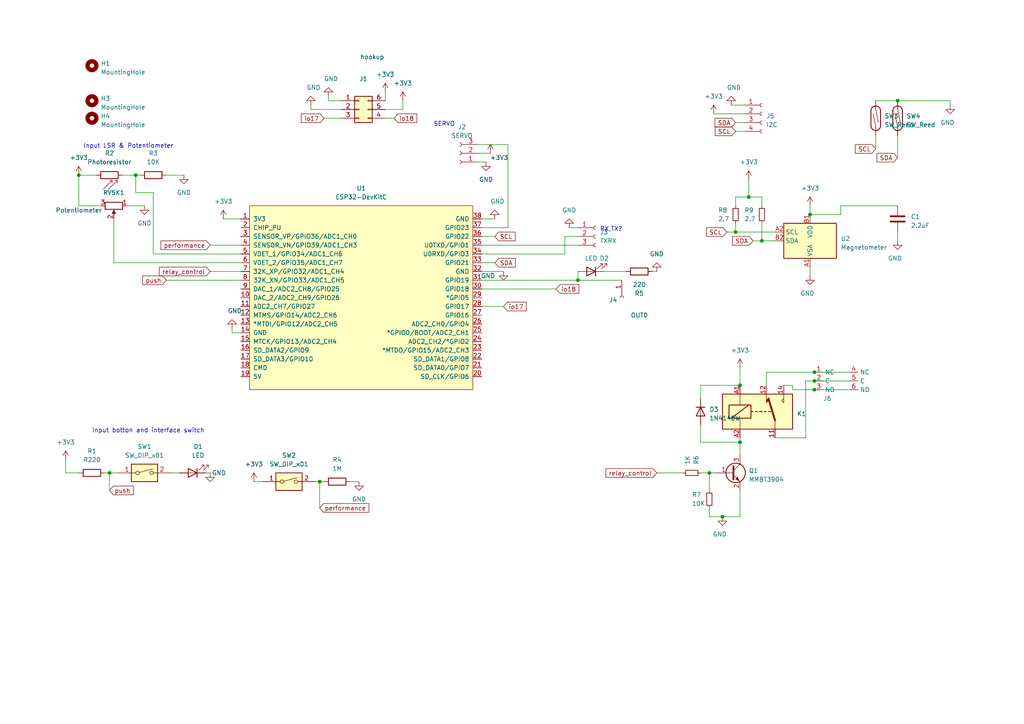
<source format=kicad_sch>
(kicad_sch (version 20230121) (generator eeschema)
  (paper "A4")
  (lib_symbols
    (symbol "Connector:Conn_01x01_Female" (pin_names (offset 1.016) hide)
      (property "Reference" "J" (at 0 2.54 0))
      (property "Value" "Conn_01x01_Female" (at 0 -2.54 0))
      (symbol "Conn_01x01_Female_1_1"
        (polyline (pts (xy -1.27 0) (xy -0.508 0)) (stroke (width 0.1524)))
        (arc (start 0 0.508) (mid -0.5058 0) (end 0 -0.508) (stroke (width 0.1524)))
        (pin passive line (at -5.08 0 0) (length 3.81) (name "Pin_1") (number "1"))
      )
    )
    (symbol "Connector:Conn_01x03_Female" (pin_names (offset 1.016) hide)
      (property "Reference" "J" (at 0 5.08 0))
      (property "Value" "Conn_01x03_Female" (at 0 -5.08 0))
      (symbol "Conn_01x03_Female_1_1"
        (arc (start 0 -2.032) (mid -0.5058 -2.54) (end 0 -3.048) (stroke (width 0.1524)))
        (polyline (pts (xy -1.27 -2.54) (xy -0.508 -2.54)) (stroke (width 0.1524)))
        (polyline (pts (xy -1.27 0) (xy -0.508 0)) (stroke (width 0.1524)))
        (polyline (pts (xy -1.27 2.54) (xy -0.508 2.54)) (stroke (width 0.1524)))
        (arc (start 0 0.508) (mid -0.5058 0) (end 0 -0.508) (stroke (width 0.1524)))
        (arc (start 0 3.048) (mid -0.5058 2.54) (end 0 2.032) (stroke (width 0.1524)))
        (pin passive line (at -5.08 2.54 0) (length 3.81) (name "Pin_1") (number "1"))
        (pin passive line (at -5.08 0 0) (length 3.81) (name "Pin_2") (number "2"))
        (pin passive line (at -5.08 -2.54 0) (length 3.81) (name "Pin_3") (number "3"))
      )
    )
    (symbol "Connector:Conn_01x04_Socket" (pin_names (offset 1.016) hide)
      (property "Reference" "J" (at 0 5.08 0))
      (property "Value" "Conn_01x04_Socket" (at 0 -7.62 0))
      (symbol "Conn_01x04_Socket_1_1"
        (arc (start 0 -4.572) (mid -0.5058 -5.08) (end 0 -5.588) (stroke (width 0.1524)))
        (arc (start 0 -2.032) (mid -0.5058 -2.54) (end 0 -3.048) (stroke (width 0.1524)))
        (polyline (pts (xy -1.27 -5.08) (xy -0.508 -5.08)) (stroke (width 0.1524)))
        (polyline (pts (xy -1.27 -2.54) (xy -0.508 -2.54)) (stroke (width 0.1524)))
        (polyline (pts (xy -1.27 0) (xy -0.508 0)) (stroke (width 0.1524)))
        (polyline (pts (xy -1.27 2.54) (xy -0.508 2.54)) (stroke (width 0.1524)))
        (arc (start 0 0.508) (mid -0.5058 0) (end 0 -0.508) (stroke (width 0.1524)))
        (arc (start 0 3.048) (mid -0.5058 2.54) (end 0 2.032) (stroke (width 0.1524)))
        (pin passive line (at -5.08 2.54 0) (length 3.81) (name "Pin_1") (number "1"))
        (pin passive line (at -5.08 0 0) (length 3.81) (name "Pin_2") (number "2"))
        (pin passive line (at -5.08 -2.54 0) (length 3.81) (name "Pin_3") (number "3"))
        (pin passive line (at -5.08 -5.08 0) (length 3.81) (name "Pin_4") (number "4"))
      )
    )
    (symbol "Connector_Generic:Conn_02x03_Counter_Clockwise" (pin_names (offset 1.016) hide)
      (property "Reference" "J" (at 1.27 5.08 0))
      (property "Value" "Conn_02x03_Counter_Clockwise" (at 1.27 -5.08 0))
      (symbol "Conn_02x03_Counter_Clockwise_1_1"
        (rectangle (start -1.27 -2.413) (end 0 -2.667) (stroke (width 0.1524)))
        (rectangle (start -1.27 0.127) (end 0 -0.127) (stroke (width 0.1524)))
        (rectangle (start -1.27 2.667) (end 0 2.413) (stroke (width 0.1524)))
        (rectangle (start -1.27 3.81) (end 3.81 -3.81) (stroke (width 0.254)) (fill (type background)))
        (rectangle (start 3.81 -2.413) (end 2.54 -2.667) (stroke (width 0.1524)))
        (rectangle (start 3.81 0.127) (end 2.54 -0.127) (stroke (width 0.1524)))
        (rectangle (start 3.81 2.667) (end 2.54 2.413) (stroke (width 0.1524)))
        (pin passive line (at -5.08 2.54 0) (length 3.81) (name "Pin_1") (number "1"))
        (pin passive line (at -5.08 0 0) (length 3.81) (name "Pin_2") (number "2"))
        (pin passive line (at -5.08 -2.54 0) (length 3.81) (name "Pin_3") (number "3"))
        (pin passive line (at 7.62 -2.54 180) (length 3.81) (name "Pin_4") (number "4"))
        (pin passive line (at 7.62 0 180) (length 3.81) (name "Pin_5") (number "5"))
        (pin passive line (at 7.62 2.54 180) (length 3.81) (name "Pin_6") (number "6"))
      )
    )
    (symbol "Device:C" (pin_numbers hide) (pin_names (offset 0.254))
      (property "Reference" "C" (at 0.635 2.54 0))
      (property "Value" "C" (at 0.635 -2.54 0))
      (symbol "C_0_1"
        (polyline (pts (xy -2.032 -0.762) (xy 2.032 -0.762)) (stroke (width 0.508)))
        (polyline (pts (xy -2.032 0.762) (xy 2.032 0.762)) (stroke (width 0.508)))
      )
      (symbol "C_1_1"
        (pin passive line (at 0 3.81 270) (length 2.794) (name "~") (number "1"))
        (pin passive line (at 0 -3.81 90) (length 2.794) (name "~") (number "2"))
      )
    )
    (symbol "Device:LED" (pin_numbers hide) (pin_names (offset 1.016) hide)
      (property "Reference" "D" (at 0 2.54 0))
      (property "Value" "LED" (at 0 -2.54 0))
      (symbol "LED_0_1"
        (polyline (pts (xy -1.27 -1.27) (xy -1.27 1.27)) (stroke (width 0.254)))
        (polyline (pts (xy -1.27 0) (xy 1.27 0)))
        (polyline (pts (xy 1.27 -1.27) (xy 1.27 1.27) (xy -1.27 0) (xy 1.27 -1.27)) (stroke (width 0.254)))
        (polyline (pts (xy -3.048 -0.762) (xy -4.572 -2.286) (xy -3.81 -2.286) (xy -4.572 -2.286) (xy -4.572 -1.524)))
        (polyline (pts (xy -1.778 -0.762) (xy -3.302 -2.286) (xy -2.54 -2.286) (xy -3.302 -2.286) (xy -3.302 -1.524)))
      )
      (symbol "LED_1_1"
        (pin passive line (at -3.81 0 0) (length 2.54) (name "K") (number "1"))
        (pin passive line (at 3.81 0 180) (length 2.54) (name "A") (number "2"))
      )
    )
    (symbol "Device:R" (pin_numbers hide) (pin_names (offset 0))
      (property "Reference" "R" (at 2.032 0 90))
      (property "Value" "R" (at 0 0 90))
      (symbol "R_0_1"
        (rectangle (start -1.016 -2.54) (end 1.016 2.54) (stroke (width 0.254)))
      )
      (symbol "R_1_1"
        (pin passive line (at 0 3.81 270) (length 1.27) (name "~") (number "1"))
        (pin passive line (at 0 -3.81 90) (length 1.27) (name "~") (number "2"))
      )
    )
    (symbol "Device:R_Photo" (pin_numbers hide) (pin_names (offset 0))
      (property "Reference" "R" (at 1.27 1.27 0))
      (property "Value" "R_Photo" (at 1.27 0 0))
      (symbol "R_Photo_0_1"
        (rectangle (start -1.016 2.54) (end 1.016 -2.54) (stroke (width 0.254)))
        (polyline (pts (xy -1.524 -2.286) (xy -4.064 0.254)))
        (polyline (pts (xy -1.524 -2.286) (xy -2.286 -2.286)))
        (polyline (pts (xy -1.524 -2.286) (xy -1.524 -1.524)))
        (polyline (pts (xy -1.524 -0.762) (xy -4.064 1.778)))
        (polyline (pts (xy -1.524 -0.762) (xy -2.286 -0.762)))
        (polyline (pts (xy -1.524 -0.762) (xy -1.524 0)))
      )
      (symbol "R_Photo_1_1"
        (pin passive line (at 0 3.81 270) (length 1.27) (name "~") (number "1"))
        (pin passive line (at 0 -3.81 90) (length 1.27) (name "~") (number "2"))
      )
    )
    (symbol "Device:R_Potentiometer" (pin_names (offset 1.016) hide)
      (property "Reference" "RV" (at -4.445 0 90))
      (property "Value" "R_Potentiometer" (at -2.54 0 90))
      (symbol "R_Potentiometer_0_1"
        (polyline (pts (xy 2.54 0) (xy 1.524 0)))
        (polyline (pts (xy 1.143 0) (xy 2.286 0.508) (xy 2.286 -0.508) (xy 1.143 0)) (fill (type outline)))
        (rectangle (start 1.016 2.54) (end -1.016 -2.54) (stroke (width 0.254)))
      )
      (symbol "R_Potentiometer_1_1"
        (pin passive line (at 0 3.81 270) (length 1.27) (name "1") (number "1"))
        (pin passive line (at 3.81 0 180) (length 1.27) (name "2") (number "2"))
        (pin passive line (at 0 -3.81 90) (length 1.27) (name "3") (number "3"))
      )
    )
    (symbol "Device:R_Small" (pin_numbers hide) (pin_names (offset 0.254) hide)
      (property "Reference" "R" (at 0.762 0.508 0))
      (property "Value" "R_Small" (at 0.762 -1.016 0))
      (symbol "R_Small_0_1"
        (rectangle (start -0.762 1.778) (end 0.762 -1.778) (stroke (width 0.2032)))
      )
      (symbol "R_Small_1_1"
        (pin passive line (at 0 2.54 270) (length 0.762) (name "~") (number "1"))
        (pin passive line (at 0 -2.54 90) (length 0.762) (name "~") (number "2"))
      )
    )
    (symbol "Diode:1N4148W" (pin_numbers hide) (pin_names hide)
      (property "Reference" "D" (at 0 2.54 0))
      (property "Value" "1N4148W" (at 0 -2.54 0))
      (symbol "1N4148W_0_1"
        (polyline (pts (xy -1.27 1.27) (xy -1.27 -1.27)) (stroke (width 0.254)))
        (polyline (pts (xy 1.27 0) (xy -1.27 0)))
        (polyline (pts (xy 1.27 1.27) (xy 1.27 -1.27) (xy -1.27 0) (xy 1.27 1.27)) (stroke (width 0.254)))
      )
      (symbol "1N4148W_1_1"
        (pin passive line (at -3.81 0 0) (length 2.54) (name "K") (number "1"))
        (pin passive line (at 3.81 0 180) (length 2.54) (name "A") (number "2"))
      )
    )
    (symbol "Espressif:ESP32-DevKitC" (pin_names (offset 1.016))
      (property "Reference" "U" (at -8.89 26.67 0))
      (property "Value" "ESP32-DevKitC" (at 0 -29.21 0))
      (symbol "ESP32-DevKitC_0_0"
        (pin power_in line (at -33.02 -11.43 0) (length 2.54) (name "GND") (number "14"))
        (pin power_in line (at -33.02 -24.13 0) (length 2.54) (name "5V") (number "19"))
      )
      (symbol "ESP32-DevKitC_0_1"
        (rectangle (start -30.48 25.4) (end 34.29 -27.94) (fill (type background)))
      )
      (symbol "ESP32-DevKitC_1_1"
        (pin power_in line (at -33.02 21.59 0) (length 2.54) (name "3V3") (number "1"))
        (pin bidirectional line (at -33.02 -1.27 0) (length 2.54) (name "DAC_2/ADC2_CH9/GPIO26") (number "10"))
        (pin bidirectional line (at -33.02 -3.81 0) (length 2.54) (name "ADC2_CH7/GPIO27") (number "11"))
        (pin bidirectional line (at -33.02 -6.35 0) (length 2.54) (name "MTMS/GPIO14/ADC2_CH6") (number "12"))
        (pin bidirectional line (at -33.02 -8.89 0) (length 2.54) (name "*MTDI/GPIO12/ADC2_CH5") (number "13"))
        (pin bidirectional line (at -33.02 -13.97 0) (length 2.54) (name "MTCK/GPIO13/ADC2_CH4") (number "15"))
        (pin bidirectional line (at -33.02 -16.51 0) (length 2.54) (name "SD_DATA2/GPIO9") (number "16"))
        (pin bidirectional line (at -33.02 -19.05 0) (length 2.54) (name "SD_DATA3/GPIO10") (number "17"))
        (pin bidirectional line (at -33.02 -21.59 0) (length 2.54) (name "CMD") (number "18"))
        (pin input line (at -33.02 19.05 0) (length 2.54) (name "CHIP_PU") (number "2"))
        (pin bidirectional line (at 36.83 -24.13 180) (length 2.54) (name "SD_CLK/GPIO6") (number "20"))
        (pin bidirectional line (at 36.83 -21.59 180) (length 2.54) (name "SD_DATA0/GPIO7") (number "21"))
        (pin bidirectional line (at 36.83 -19.05 180) (length 2.54) (name "SD_DATA1/GPIO8") (number "22"))
        (pin bidirectional line (at 36.83 -16.51 180) (length 2.54) (name "*MTDO/GPIO15/ADC2_CH3") (number "23"))
        (pin bidirectional line (at 36.83 -13.97 180) (length 2.54) (name "ADC2_CH2/*GPIO2") (number "24"))
        (pin bidirectional line (at 36.83 -11.43 180) (length 2.54) (name "*GPIO0/BOOT/ADC2_CH1") (number "25"))
        (pin bidirectional line (at 36.83 -8.89 180) (length 2.54) (name "ADC2_CH0/GPIO4") (number "26"))
        (pin bidirectional line (at 36.83 -6.35 180) (length 2.54) (name "GPIO16") (number "27"))
        (pin bidirectional line (at 36.83 -3.81 180) (length 2.54) (name "GPIO17") (number "28"))
        (pin bidirectional line (at 36.83 -1.27 180) (length 2.54) (name "*GPIO5") (number "29"))
        (pin input line (at -33.02 16.51 0) (length 2.54) (name "SENSOR_VP/GPIO36/ADC1_CH0") (number "3"))
        (pin bidirectional line (at 36.83 1.27 180) (length 2.54) (name "GPIO18") (number "30"))
        (pin bidirectional line (at 36.83 3.81 180) (length 2.54) (name "GPIO19") (number "31"))
        (pin power_in line (at 36.83 6.35 180) (length 2.54) (name "GND") (number "32"))
        (pin bidirectional line (at 36.83 8.89 180) (length 2.54) (name "GPIO21") (number "33"))
        (pin bidirectional line (at 36.83 11.43 180) (length 2.54) (name "U0RXD/GPIO3") (number "34"))
        (pin bidirectional line (at 36.83 13.97 180) (length 2.54) (name "U0TXD/GPIO1") (number "35"))
        (pin bidirectional line (at 36.83 16.51 180) (length 2.54) (name "GPIO22") (number "36"))
        (pin bidirectional line (at 36.83 19.05 180) (length 2.54) (name "GPIO23") (number "37"))
        (pin power_in line (at 36.83 21.59 180) (length 2.54) (name "GND") (number "38"))
        (pin input line (at -33.02 13.97 0) (length 2.54) (name "SENSOR_VN/GPIO39/ADC1_CH3") (number "4"))
        (pin input line (at -33.02 11.43 0) (length 2.54) (name "VDET_1/GPIO34/ADC1_CH6") (number "5"))
        (pin input line (at -33.02 8.89 0) (length 2.54) (name "VDET_2/GPIO35/ADC1_CH7") (number "6"))
        (pin bidirectional line (at -33.02 6.35 0) (length 2.54) (name "32K_XP/GPIO32/ADC1_CH4") (number "7"))
        (pin bidirectional line (at -33.02 3.81 0) (length 2.54) (name "32K_XN/GPIO33/ADC1_CH5") (number "8"))
        (pin bidirectional line (at -33.02 1.27 0) (length 2.54) (name "DAC_1/ADC2_CH8/GPIO25") (number "9"))
      )
    )
    (symbol "Mechanical:MountingHole" (pin_names (offset 1.016))
      (property "Reference" "H" (at 0 5.08 0))
      (property "Value" "MountingHole" (at 0 3.175 0))
      (symbol "MountingHole_0_1"
        (circle (center 0 0) (radius 1.27) (stroke (width 1.27)))
      )
    )
    (symbol "Relay:FINDER-36.11"
      (property "Reference" "K" (at 11.43 3.81 0))
      (property "Value" "FINDER-36.11" (at 11.43 1.27 0))
      (symbol "FINDER-36.11_0_0"
        (polyline (pts (xy 2.54 3.81) (xy 2.54 5.08)))
        (polyline (pts (xy 7.62 3.81) (xy 7.62 5.08)))
        (polyline (pts (xy 7.62 3.81) (xy 7.62 2.54) (xy 6.985 3.175) (xy 7.62 3.81)))
      )
      (symbol "FINDER-36.11_0_1"
        (rectangle (start -10.16 5.08) (end 10.16 -5.08) (stroke (width 0.254)) (fill (type background)))
        (rectangle (start -8.255 1.905) (end -1.905 -1.905) (stroke (width 0.254)))
        (polyline (pts (xy -7.62 -1.905) (xy -2.54 1.905)) (stroke (width 0.254)))
        (polyline (pts (xy -5.08 -5.08) (xy -5.08 -1.905)))
        (polyline (pts (xy -5.08 5.08) (xy -5.08 1.905)))
        (polyline (pts (xy -1.905 0) (xy -1.27 0)) (stroke (width 0.254)))
        (polyline (pts (xy -0.635 0) (xy 0 0)) (stroke (width 0.254)))
        (polyline (pts (xy 0.635 0) (xy 1.27 0)) (stroke (width 0.254)))
        (polyline (pts (xy 0.635 0) (xy 1.27 0)) (stroke (width 0.254)))
        (polyline (pts (xy 1.905 0) (xy 2.54 0)) (stroke (width 0.254)))
        (polyline (pts (xy 3.175 0) (xy 3.81 0)) (stroke (width 0.254)))
        (polyline (pts (xy 5.08 -2.54) (xy 3.175 3.81)) (stroke (width 0.508)))
        (polyline (pts (xy 5.08 -2.54) (xy 5.08 -5.08)))
        (polyline (pts (xy 2.54 2.54) (xy 3.175 3.175) (xy 2.54 3.81)) (fill (type outline)))
      )
      (symbol "FINDER-36.11_1_1"
        (pin passive line (at 5.08 -7.62 90) (length 2.54) (name "~") (number "11"))
        (pin passive line (at 2.54 7.62 270) (length 2.54) (name "~") (number "12"))
        (pin passive line (at 7.62 7.62 270) (length 2.54) (name "~") (number "14"))
        (pin passive line (at -5.08 7.62 270) (length 2.54) (name "~") (number "A1"))
        (pin passive line (at -5.08 -7.62 90) (length 2.54) (name "~") (number "A2"))
      )
    )
    (symbol "Sensor_Magnetic:MMC5633NJL"
      (property "Reference" "U" (at -2.54 8.255 0))
      (property "Value" "MMC5633NJL" (at -2.54 6.35 0))
      (symbol "MMC5633NJL_0_1"
        (rectangle (start -7.62 -5.08) (end 7.62 5.08) (stroke (width 0.254)) (fill (type background)))
      )
      (symbol "MMC5633NJL_1_1"
        (pin power_in line (at 0 -7.62 90) (length 2.54) (name "VSA") (number "A1"))
        (pin input line (at -10.16 2.54 0) (length 2.54) (name "SCL") (number "A2"))
        (pin power_in line (at 0 7.62 270) (length 2.54) (name "VDD") (number "B1"))
        (pin bidirectional line (at -10.16 0 0) (length 2.54) (name "SDA") (number "B2"))
      )
    )
    (symbol "Spring_terminal:spring+terminal_3Pos"
      (property "Reference" "J" (at 0 -2.54 0))
      (symbol "spring+terminal_3Pos_1_1"
        (pin input line (at -1.27 5.08 0) (length 2.54) (name "NC") (number "1"))
        (pin input line (at -1.27 2.54 0) (length 2.54) (name "C") (number "2"))
        (pin input line (at -1.27 0 0) (length 2.54) (name "NO") (number "3"))
        (pin input line (at 8.89 5.08 0) (length 2.54) (name "NC") (number "4"))
        (pin input line (at 8.89 2.54 0) (length 2.54) (name "C") (number "5"))
        (pin input line (at 8.89 0 0) (length 2.54) (name "NO") (number "6"))
      )
    )
    (symbol "Switch:SW_DIP_x01" (pin_names (offset 0) hide)
      (property "Reference" "SW" (at 0 3.81 0))
      (property "Value" "SW_DIP_x01" (at 0 -3.81 0))
      (symbol "SW_DIP_x01_0_0"
        (circle (center -2.032 0) (radius 0.508))
        (polyline (pts (xy -1.524 0.127) (xy 2.3622 1.1684)))
        (circle (center 2.032 0) (radius 0.508))
      )
      (symbol "SW_DIP_x01_0_1"
        (rectangle (start -3.81 2.54) (end 3.81 -2.54) (stroke (width 0.254)) (fill (type background)))
      )
      (symbol "SW_DIP_x01_1_1"
        (pin passive line (at -7.62 0 0) (length 5.08) (name "~") (number "1"))
        (pin passive line (at 7.62 0 180) (length 5.08) (name "~") (number "2"))
      )
    )
    (symbol "Switch:SW_Reed" (pin_numbers hide) (pin_names (offset 0) hide)
      (property "Reference" "SW" (at 0 2.54 0))
      (property "Value" "SW_Reed" (at 0 -2.54 0))
      (symbol "SW_Reed_0_0"
        (arc (start -2.159 1.397) (mid -3.55 0) (end -2.159 -1.397) (stroke (width 0.254)))
        (polyline (pts (xy -2.54 0) (xy 1.27 0.762)))
        (polyline (pts (xy -2.159 -1.397) (xy 2.286 -1.397)) (stroke (width 0.254)))
        (polyline (pts (xy 2.159 1.397) (xy -2.159 1.397)) (stroke (width 0.254)))
        (polyline (pts (xy 2.54 0) (xy -1.27 -0.762)))
        (arc (start 2.159 -1.397) (mid 3.55 0) (end 2.159 1.397) (stroke (width 0.254)))
      )
      (symbol "SW_Reed_1_1"
        (pin passive line (at -5.08 0 0) (length 2.54) (name "1") (number "1"))
        (pin passive line (at 5.08 0 180) (length 2.54) (name "2") (number "2"))
      )
    )
    (symbol "Transistor_BJT:MMBT3904" (pin_names (offset 0) hide)
      (property "Reference" "Q" (at 5.08 1.905 0))
      (property "Value" "MMBT3904" (at 5.08 0 0))
      (symbol "MMBT3904_0_1"
        (polyline (pts (xy 0.635 0.635) (xy 2.54 2.54)))
        (polyline (pts (xy 0.635 -0.635) (xy 2.54 -2.54) (xy 2.54 -2.54)))
        (polyline (pts (xy 0.635 1.905) (xy 0.635 -1.905) (xy 0.635 -1.905)) (stroke (width 0.508)))
        (polyline (pts (xy 1.27 -1.778) (xy 1.778 -1.27) (xy 2.286 -2.286) (xy 1.27 -1.778) (xy 1.27 -1.778)) (fill (type outline)))
        (circle (center 1.27 0) (radius 2.8194) (stroke (width 0.254)))
      )
      (symbol "MMBT3904_1_1"
        (pin input line (at -5.08 0 0) (length 5.715) (name "B") (number "1"))
        (pin passive line (at 2.54 -5.08 90) (length 2.54) (name "E") (number "2"))
        (pin passive line (at 2.54 5.08 270) (length 2.54) (name "C") (number "3"))
      )
    )
    (symbol "power:+3.3V" (power) (pin_names (offset 0))
      (property "Value" "+3.3V" (at 0 3.556 0))
      (symbol "+3.3V_0_1"
        (polyline (pts (xy -0.762 1.27) (xy 0 2.54)))
        (polyline (pts (xy 0 0) (xy 0 2.54)))
        (polyline (pts (xy 0 2.54) (xy 0.762 1.27)))
      )
      (symbol "+3.3V_1_1"
        (pin power_in line (at 0 0 90) (length 0) hide (name "+3V3") (number "1"))
      )
    )
    (symbol "power:GND" (power) (pin_names (offset 0))
      (property "Value" "GND" (at 0 -3.81 0))
      (symbol "GND_0_1"
        (polyline (pts (xy 0 0) (xy 0 -1.27) (xy 1.27 -1.27) (xy 0 -2.54) (xy -1.27 -1.27) (xy 0 -1.27)))
      )
      (symbol "GND_1_1"
        (pin power_in line (at 0 0 270) (length 0) hide (name "GND") (number "1"))
      )
    )
  )
  (junction (at 236.22 113.03))
  (junction (at 260.35 29.21))
  (junction (at 213.36 67.31))
  (junction (at 217.17 57.15))
  (junction (at 236.22 107.95))
  (junction (at 214.63 128.27))
  (junction (at 39.37 50.8))
  (junction (at 22.86 50.8))
  (junction (at 220.98 69.85))
  (junction (at 92.71 139.7))
  (junction (at 31.75 137.16))
  (junction (at 236.22 110.49))
  (junction (at 167.64 81.28))
  (junction (at 214.63 111.76))
  (junction (at 209.55 149.86))
  (junction (at 205.74 137.16))
  (junction (at 234.95 62.23))
  (wire (pts (xy 213.36 38.1) (xy 215.9 38.1)))
  (wire (pts (xy 217.17 57.15) (xy 220.98 57.15)))
  (wire (pts (xy 139.7 66.04) (xy 147.32 66.04)))
  (wire (pts (xy 73.66 139.7) (xy 76.2 139.7)))
  (wire (pts (xy 93.98 34.29) (xy 99.06 34.29)))
  (wire (pts (xy 139.7 83.82) (xy 161.29 83.82)))
  (wire (pts (xy 213.36 35.56) (xy 215.9 35.56)))
  (wire (pts (xy 167.64 78.74) (xy 167.64 81.28)))
  (wire (pts (xy 207.01 33.02) (xy 215.9 33.02)))
  (wire (pts (xy 139.7 73.66) (xy 163.83 73.66)))
  (wire (pts (xy 147.32 41.91) (xy 147.32 66.04)))
  (wire (pts (xy 222.25 111.76) (xy 222.25 107.95)))
  (wire (pts (xy 101.6 139.7) (xy 104.14 139.7)))
  (wire (pts (xy 92.71 147.32) (xy 92.71 139.7)))
  (wire (pts (xy 22.86 50.8) (xy 27.94 50.8)))
  (wire (pts (xy 44.45 73.66) (xy 44.45 55.88)))
  (wire (pts (xy 39.37 55.88) (xy 39.37 50.8)))
  (wire (pts (xy 60.96 71.12) (xy 69.85 71.12)))
  (wire (pts (xy 90.17 31.75) (xy 90.17 30.48)))
  (wire (pts (xy 175.26 78.74) (xy 181.61 78.74)))
  (wire (pts (xy 220.98 59.69) (xy 220.98 57.15)))
  (wire (pts (xy 236.22 110.49) (xy 246.38 110.49)))
  (wire (pts (xy 33.02 63.5) (xy 33.02 76.2)))
  (wire (pts (xy 212.09 30.48) (xy 215.9 30.48)))
  (wire (pts (xy 39.37 50.8) (xy 40.64 50.8)))
  (wire (pts (xy 243.84 62.23) (xy 234.95 62.23)))
  (wire (pts (xy 220.98 64.77) (xy 220.98 69.85)))
  (wire (pts (xy 19.05 133.35) (xy 19.05 137.16)))
  (wire (pts (xy 217.17 57.15) (xy 217.17 52.07)))
  (wire (pts (xy 165.1 66.04) (xy 167.64 66.04)))
  (wire (pts (xy 111.76 26.67) (xy 111.76 29.21)))
  (wire (pts (xy 139.7 81.28) (xy 167.64 81.28)))
  (wire (pts (xy 167.64 81.28) (xy 180.34 81.28)))
  (wire (pts (xy 205.74 147.32) (xy 205.74 149.86)))
  (wire (pts (xy 260.35 67.31) (xy 260.35 69.85)))
  (wire (pts (xy 91.44 139.7) (xy 92.71 139.7)))
  (wire (pts (xy 163.83 73.66) (xy 163.83 68.58)))
  (wire (pts (xy 234.95 77.47) (xy 234.95 80.01)))
  (wire (pts (xy 218.44 69.85) (xy 220.98 69.85)))
  (wire (pts (xy 210.82 67.31) (xy 213.36 67.31)))
  (wire (pts (xy 214.63 106.68) (xy 214.63 111.76)))
  (wire (pts (xy 203.2 123.19) (xy 203.2 128.27)))
  (wire (pts (xy 227.33 111.76) (xy 229.87 111.76)))
  (wire (pts (xy 214.63 128.27) (xy 214.63 132.08)))
  (wire (pts (xy 60.96 78.74) (xy 69.85 78.74)))
  (wire (pts (xy 234.95 59.69) (xy 234.95 62.23)))
  (wire (pts (xy 48.26 81.28) (xy 69.85 81.28)))
  (wire (pts (xy 138.43 41.91) (xy 147.32 41.91)))
  (wire (pts (xy 90.17 31.75) (xy 99.06 31.75)))
  (wire (pts (xy 233.68 110.49) (xy 236.22 110.49)))
  (wire (pts (xy 229.87 113.03) (xy 236.22 113.03)))
  (wire (pts (xy 163.83 68.58) (xy 167.64 68.58)))
  (wire (pts (xy 213.36 67.31) (xy 224.79 67.31)))
  (wire (pts (xy 139.7 78.74) (xy 146.05 78.74)))
  (wire (pts (xy 205.74 149.86) (xy 209.55 149.86)))
  (wire (pts (xy 254 29.21) (xy 260.35 29.21)))
  (wire (pts (xy 260.35 59.69) (xy 243.84 59.69)))
  (wire (pts (xy 69.85 76.2) (xy 33.02 76.2)))
  (wire (pts (xy 222.25 107.95) (xy 236.22 107.95)))
  (wire (pts (xy 139.7 88.9) (xy 146.05 88.9)))
  (wire (pts (xy 139.7 71.12) (xy 167.64 71.12)))
  (wire (pts (xy 229.87 111.76) (xy 229.87 113.03)))
  (wire (pts (xy 30.48 137.16) (xy 31.75 137.16)))
  (wire (pts (xy 213.36 57.15) (xy 217.17 57.15)))
  (wire (pts (xy 236.22 107.95) (xy 246.38 107.95)))
  (wire (pts (xy 22.86 50.8) (xy 22.86 59.69)))
  (wire (pts (xy 275.59 30.48) (xy 275.59 29.21)))
  (wire (pts (xy 31.75 137.16) (xy 31.75 142.24)))
  (wire (pts (xy 203.2 115.57) (xy 203.2 111.76)))
  (wire (pts (xy 29.21 59.69) (xy 22.86 59.69)))
  (wire (pts (xy 19.05 137.16) (xy 22.86 137.16)))
  (wire (pts (xy 138.43 44.45) (xy 142.24 44.45)))
  (wire (pts (xy 236.22 113.03) (xy 246.38 113.03)))
  (wire (pts (xy 260.35 29.21) (xy 275.59 29.21)))
  (wire (pts (xy 92.71 139.7) (xy 93.98 139.7)))
  (wire (pts (xy 254 39.37) (xy 254 43.18)))
  (wire (pts (xy 190.5 78.74) (xy 189.23 78.74)))
  (wire (pts (xy 243.84 59.69) (xy 243.84 62.23)))
  (wire (pts (xy 67.31 96.52) (xy 69.85 96.52)))
  (wire (pts (xy 35.56 50.8) (xy 39.37 50.8)))
  (wire (pts (xy 213.36 59.69) (xy 213.36 57.15)))
  (wire (pts (xy 95.25 29.21) (xy 95.25 27.94)))
  (wire (pts (xy 111.76 31.75) (xy 116.84 31.75)))
  (wire (pts (xy 190.5 137.16) (xy 198.12 137.16)))
  (wire (pts (xy 49.53 137.16) (xy 52.07 137.16)))
  (wire (pts (xy 69.85 73.66) (xy 44.45 73.66)))
  (wire (pts (xy 64.77 63.5) (xy 69.85 63.5)))
  (wire (pts (xy 139.7 63.5) (xy 143.51 63.5)))
  (wire (pts (xy 139.7 68.58) (xy 143.51 68.58)))
  (wire (pts (xy 139.7 76.2) (xy 143.51 76.2)))
  (wire (pts (xy 116.84 29.21) (xy 116.84 31.75)))
  (wire (pts (xy 31.75 137.16) (xy 34.29 137.16)))
  (wire (pts (xy 95.25 29.21) (xy 99.06 29.21)))
  (wire (pts (xy 138.43 46.99) (xy 140.97 46.99)))
  (wire (pts (xy 233.68 127) (xy 233.68 110.49)))
  (wire (pts (xy 203.2 111.76) (xy 214.63 111.76)))
  (wire (pts (xy 203.2 137.16) (xy 205.74 137.16)))
  (wire (pts (xy 205.74 142.24) (xy 205.74 137.16)))
  (wire (pts (xy 67.31 95.25) (xy 67.31 96.52)))
  (wire (pts (xy 203.2 128.27) (xy 214.63 128.27)))
  (wire (pts (xy 209.55 149.86) (xy 214.63 149.86)))
  (wire (pts (xy 44.45 55.88) (xy 39.37 55.88)))
  (wire (pts (xy 111.76 34.29) (xy 114.3 34.29)))
  (wire (pts (xy 214.63 127) (xy 214.63 128.27)))
  (wire (pts (xy 36.83 59.69) (xy 41.91 59.69)))
  (wire (pts (xy 59.69 137.16) (xy 60.96 137.16)))
  (wire (pts (xy 224.79 127) (xy 233.68 127)))
  (wire (pts (xy 260.35 39.37) (xy 260.35 45.72)))
  (wire (pts (xy 220.98 69.85) (xy 224.79 69.85)))
  (wire (pts (xy 214.63 142.24) (xy 214.63 149.86)))
  (wire (pts (xy 213.36 64.77) (xy 213.36 67.31)))
  (wire (pts (xy 205.74 137.16) (xy 207.01 137.16)))
  (wire (pts (xy 48.26 50.8) (xy 53.34 50.8)))
  (text "Input LSR & Potentiometer" (at 24.13 43.18 0) (effects (font (size 1.27 1.27)) (justify left bottom)))
  (text "SERVO" (at 125.73 36.83 0) (effects (font (size 1.27 1.27)) (justify left bottom)))
  (text "Input botton and interface switch" (at 26.67 125.73 0) (effects (font (size 1.27 1.27)) (justify left bottom)))
  (text "RX,TX?" (at 173.99 67.31 0) (effects (font (size 1.27 1.27)) (justify left bottom)))
  (global_label "SDA" (shape input) (at 143.51 76.2 0) (property "Intersheetrefs" "${INTERSHEET_REFS}" (effects hide)))
  (global_label "push" (shape input) (at 48.26 81.28 180) (property "Intersheetrefs" "${INTERSHEET_REFS}" (effects hide)))
  (global_label "relay_control" (shape input) (at 190.5 137.16 180) (property "Intersheetrefs" "${INTERSHEET_REFS}" (effects hide)))
  (global_label "SCL" (shape input) (at 143.51 68.58 0) (property "Intersheetrefs" "${INTERSHEET_REFS}" (effects hide)))
  (global_label "performance" (shape input) (at 92.71 147.32 0) (property "Intersheetrefs" "${INTERSHEET_REFS}" (effects hide)))
  (global_label "SDA" (shape input) (at 213.36 35.56 180) (property "Intersheetrefs" "${INTERSHEET_REFS}" (effects hide)))
  (global_label "io18" (shape input) (at 114.3 34.29 0) (property "Intersheetrefs" "${INTERSHEET_REFS}" (effects hide)))
  (global_label "io17" (shape input) (at 146.05 88.9 0) (property "Intersheetrefs" "${INTERSHEET_REFS}" (effects hide)))
  (global_label "relay_control" (shape input) (at 60.96 78.74 180) (property "Intersheetrefs" "${INTERSHEET_REFS}" (effects hide)))
  (global_label "SDA" (shape input) (at 260.35 45.72 180) (property "Intersheetrefs" "${INTERSHEET_REFS}" (effects hide)))
  (global_label "performance" (shape input) (at 60.96 71.12 180) (property "Intersheetrefs" "${INTERSHEET_REFS}" (effects hide)))
  (global_label "io17" (shape input) (at 93.98 34.29 180) (property "Intersheetrefs" "${INTERSHEET_REFS}" (effects hide)))
  (global_label "SDA" (shape input) (at 218.44 69.85 180) (property "Intersheetrefs" "${INTERSHEET_REFS}" (effects hide)))
  (global_label "SCL" (shape input) (at 254 43.18 180) (property "Intersheetrefs" "${INTERSHEET_REFS}" (effects hide)))
  (global_label "push" (shape input) (at 31.75 142.24 0) (property "Intersheetrefs" "${INTERSHEET_REFS}" (effects hide)))
  (global_label "io18" (shape input) (at 161.29 83.82 0) (property "Intersheetrefs" "${INTERSHEET_REFS}" (effects hide)))
  (global_label "SCL" (shape input) (at 213.36 38.1 180) (property "Intersheetrefs" "${INTERSHEET_REFS}" (effects hide)))
  (global_label "SCL" (shape input) (at 210.82 67.31 180) (property "Intersheetrefs" "${INTERSHEET_REFS}" (effects hide)))
  (symbol (lib_id "Relay:FINDER-36.11") (at 219.71 119.38 0) (unit 1)
    (property "Reference" "K1" (at 231.14 120.015 0) (effects (justify left)))
    (property "Value" "FINDER-36.11" (effects hide))
    (property "Footprint" "Relay_THT:Relay_SPDT_Finder_36.11" (effects hide))
    (property "Datasheet" "https://gfinder.findernet.com/public/attachments/36/EN/S36EN.pdf" (effects hide))
  )
  (symbol (lib_id "power:GND") (at 90.17 30.48 180) (unit 1)
    (property "Reference" "#PWR09" (effects hide))
    (property "Value" "GND" (at 88.9 25.4 0) (effects (justify right)))
  )
  (symbol (lib_id "Mechanical:MountingHole") (at 26.67 19.05 0) (unit 1)
    (property "Reference" "H1" (at 29.21 18.415 0) (effects (justify left)))
    (property "Value" "MountingHole" (at 29.21 20.955 0) (effects (justify left)))
    (property "Footprint" "MountingHole:MountingHole_2.5mm_Pad_TopBottom" (effects hide))
  )
  (symbol (lib_id "Device:R") (at 26.67 137.16 90) (unit 1)
    (property "Reference" "R1" (at 26.67 130.81 90))
    (property "Value" "R220" (at 26.67 133.35 90))
    (property "Footprint" "Resistor_SMD:R_0805_2012Metric_Pad1.20x1.40mm_HandSolder" (effects hide))
  )
  (symbol (lib_id "Device:R_Potentiometer") (at 33.02 59.69 270) (unit 1)
    (property "Reference" "RV5K1" (at 33.02 55.88 90))
    (property "Value" "Potentiometer" (at 22.86 60.96 90))
    (property "Footprint" "Potentiometer_THT:Potentiometer_Bourns_PTV09A-1_Single_Vertical" (effects hide))
  )
  (symbol (lib_id "Connector:Conn_01x03_Female") (at 172.72 68.58 0) (unit 1)
    (property "Reference" "J3" (at 173.99 67.3099 0) (effects (justify left)))
    (property "Value" "TXRX" (at 173.99 69.8499 0) (effects (justify left)))
    (property "Footprint" "Connector_PinHeader_2.54mm:PinHeader_1x03_P2.54mm_Vertical" (effects hide))
  )
  (symbol (lib_id "power:GND") (at 53.34 50.8 0) (unit 1)
    (property "Reference" "#PWR04" (effects hide))
    (property "Value" "GND" (at 53.34 55.88 0))
  )
  (symbol (lib_id "power:GND") (at 234.95 80.01 0) (unit 1)
    (property "Reference" "#PWR026" (effects hide))
    (property "Value" "GND" (at 236.22 85.09 0) (effects (justify right)))
  )
  (symbol (lib_id "Device:R_Small") (at 205.74 144.78 180) (unit 1)
    (property "Reference" "R7" (at 200.66 143.51 0) (effects (justify right)))
    (property "Value" "10K" (at 200.66 146.05 0) (effects (justify right)))
    (property "Footprint" "Resistor_SMD:R_0805_2012Metric_Pad1.20x1.40mm_HandSolder" (effects hide))
  )
  (symbol (lib_id "Mechanical:MountingHole") (at 26.67 34.29 0) (unit 1)
    (property "Reference" "H4" (at 29.21 33.655 0) (effects (justify left)))
    (property "Value" "MountingHole" (at 29.21 36.195 0) (effects (justify left)))
    (property "Footprint" "MountingHole:MountingHole_2.5mm_Pad_TopBottom" (effects hide))
  )
  (symbol (lib_id "power:+3.3V") (at 116.84 29.21 0) (unit 1)
    (property "Reference" "#PWR013" (effects hide))
    (property "Value" "+3.3V" (at 116.84 24.13 0))
  )
  (symbol (lib_id "Diode:1N4148W") (at 203.2 119.38 270) (unit 1)
    (property "Reference" "D3" (at 205.74 118.745 90) (effects (justify left)))
    (property "Value" "1N4148W" (at 205.74 121.285 90) (effects (justify left)))
    (property "Footprint" "Diode_SMD:D_SOD-123" (effects hide))
    (property "Datasheet" "https://www.vishay.com/docs/85748/1n4148w.pdf" (effects hide))
    (property "Sim.Device" "D" (effects hide))
    (property "Sim.Pins" "1=K 2=A" (effects hide))
  )
  (symbol (lib_id "Connector_Generic:Conn_02x03_Counter_Clockwise") (at 104.14 31.75 0) (unit 1)
    (property "Reference" "J1" (at 105.41 22.86 0))
    (property "Value" "hookup" (at 107.95 16.51 0))
    (property "Footprint" "Connector_PinSocket_2.54mm:PinSocket_2x03_P2.54mm_Vertical" (effects hide))
  )
  (symbol (lib_id "Device:C") (at 260.35 63.5 0) (unit 1)
    (property "Reference" "C1" (at 264.16 62.865 0) (effects (justify left)))
    (property "Value" "2.2uF" (at 264.16 65.405 0) (effects (justify left)))
    (property "Footprint" "Capacitor_SMD:C_0805_2012Metric" (effects hide))
  )
  (symbol (lib_id "Device:R") (at 185.42 78.74 270) (unit 1)
    (property "Reference" "R5" (at 185.42 85.09 90))
    (property "Value" "220" (at 185.42 82.55 90))
    (property "Footprint" "Resistor_SMD:R_0805_2012Metric_Pad1.20x1.40mm_HandSolder" (effects hide))
  )
  (symbol (lib_id "Device:R_Small") (at 200.66 137.16 90) (unit 1)
    (property "Reference" "R6" (at 201.93 132.08 0) (effects (justify right)))
    (property "Value" "1K" (at 199.39 132.08 0) (effects (justify right)))
    (property "Footprint" "Resistor_SMD:R_0805_2012Metric_Pad1.20x1.40mm_HandSolder" (effects hide))
  )
  (symbol (lib_id "Switch:SW_Reed") (at 260.35 34.29 90) (unit 1)
    (property "Reference" "SW4" (at 262.89 33.655 90) (effects (justify right)))
    (property "Value" "SW_Reed" (at 262.89 36.195 90) (effects (justify right)))
    (property "Footprint" "Resistor_THT:R_Axial_DIN0204_L3.6mm_D1.6mm_P1.90mm_Vertical" (effects hide))
  )
  (symbol (lib_id "Connector:Conn_01x04_Socket") (at 220.98 33.02 0) (unit 1)
    (property "Reference" "J5" (at 222.25 33.655 0) (effects (justify left)))
    (property "Value" "I2C " (at 222.25 36.195 0) (effects (justify left)))
    (property "Footprint" "Connector_JST:JST_SH_SM04B-SRSS-TB_1x04-1MP_P1.00mm_Horizontal" (effects hide))
  )
  (symbol (lib_id "power:GND") (at 190.5 78.74 180) (unit 1)
    (property "Reference" "#PWR019" (effects hide))
    (property "Value" "GND" (at 190.5 73.66 0))
  )
  (symbol (lib_id "Switch:SW_DIP_x01") (at 83.82 139.7 0) (unit 1)
    (property "Reference" "SW2" (at 83.82 132.08 0))
    (property "Value" "SW_DIP_x01" (at 83.82 134.62 0))
    (property "Footprint" "Button_Switch_SMD:SW_DIP_SPSTx01_Slide_Omron_A6S-110x_W8.9mm_P2.54mm" (effects hide))
  )
  (symbol (lib_id "Switch:SW_DIP_x01") (at 41.91 137.16 0) (unit 1)
    (property "Reference" "SW1" (at 41.91 129.54 0))
    (property "Value" "SW_DIP_x01" (at 41.91 132.08 0))
    (property "Footprint" "Button_Switch_SMD:SW_Push_1P1T_NO_CK_KSC7xxJ" (effects hide))
  )
  (symbol (lib_id "Mechanical:MountingHole") (at 26.67 29.21 0) (unit 1)
    (property "Reference" "H3" (at 29.21 28.575 0) (effects (justify left)))
    (property "Value" "MountingHole" (at 29.21 31.115 0) (effects (justify left)))
    (property "Footprint" "MountingHole:MountingHole_2.5mm_Pad_TopBottom" (effects hide))
  )
  (symbol (lib_id "power:GND") (at 209.55 149.86 0) (unit 1)
    (property "Reference" "#PWR021" (effects hide))
    (property "Value" "GND" (at 210.82 154.94 0) (effects (justify right)))
  )
  (symbol (lib_id "Device:R_Photo") (at 31.75 50.8 90) (unit 1)
    (property "Reference" "R2" (at 31.75 44.45 90))
    (property "Value" "Photoresistor" (at 31.75 46.99 90))
    (property "Footprint" "Resistor_THT:R_Axial_DIN0204_L3.6mm_D1.6mm_P2.54mm_Vertical" (effects hide))
  )
  (symbol (lib_id "Sensor_Magnetic:MMC5633NJL") (at 234.95 69.85 0) (unit 1)
    (property "Reference" "U2" (at 243.84 69.215 0) (effects (justify left)))
    (property "Value" "Magnetometer" (at 243.84 71.755 0) (effects (justify left)))
    (property "Footprint" "Package_BGA:WLP-4_0.86x0.86mm_P0.4mm" (effects hide))
    (property "Datasheet" "http://www.memsic.com/uploadfiles/2020/08/20200827165106864.pdf" (effects hide))
  )
  (symbol (lib_id "Device:R_Small") (at 213.36 62.23 180) (unit 1)
    (property "Reference" "R8" (at 208.28 60.96 0) (effects (justify right)))
    (property "Value" "2.7" (at 208.28 63.5 0) (effects (justify right)))
    (property "Footprint" "Resistor_SMD:R_0805_2012Metric_Pad1.20x1.40mm_HandSolder" (effects hide))
  )
  (symbol (lib_id "power:GND") (at 104.14 139.7 0) (unit 1)
    (property "Reference" "#PWR011" (effects hide))
    (property "Value" "GND" (at 104.14 144.78 0))
  )
  (symbol (lib_id "power:GND") (at 41.91 59.69 0) (unit 1)
    (property "Reference" "#PWR03" (effects hide))
    (property "Value" "GND" (at 41.91 64.77 0))
  )
  (symbol (lib_id "power:GND") (at 140.97 46.99 0) (unit 1)
    (property "Reference" "#PWR014" (effects hide))
    (property "Value" "GND" (at 140.97 52.07 0))
  )
  (symbol (lib_id "power:GND") (at 275.59 30.48 0) (unit 1)
    (property "Reference" "#PWR028" (effects hide))
    (property "Value" "GND" (at 276.86 35.56 0) (effects (justify right)))
  )
  (symbol (lib_id "power:+3.3V") (at 19.05 133.35 0) (unit 1)
    (property "Reference" "#PWR01" (effects hide))
    (property "Value" "+3.3V" (at 19.05 128.27 0))
  )
  (symbol (lib_id "Device:R") (at 97.79 139.7 90) (unit 1)
    (property "Reference" "R4" (at 97.79 133.35 90))
    (property "Value" "1M" (at 97.79 135.89 90))
    (property "Footprint" "Resistor_SMD:R_0805_2012Metric_Pad1.20x1.40mm_HandSolder" (effects hide))
  )
  (symbol (lib_id "power:+3.3V") (at 142.24 44.45 0) (unit 1)
    (property "Reference" "#PWR015" (effects hide))
    (property "Value" "+3.3V" (at 144.78 45.72 0))
  )
  (symbol (lib_id "Espressif:ESP32-DevKitC") (at 102.87 85.09 0) (unit 1)
    (property "Reference" "U1" (at 104.775 54.61 0))
    (property "Value" "ESP32-DevKitC" (at 104.775 57.15 0))
    (property "Footprint" "Espressif:ESP32-Dev_Batt_18650" (effects hide))
    (property "Datasheet" "https://docs.espressif.com/projects/esp-idf/zh_CN/latest/esp32/hw-reference/esp32/get-started-devkitc.html" (effects hide))
  )
  (symbol (lib_id "Connector:Conn_01x03_Female") (at 133.35 44.45 180) (unit 1)
    (property "Reference" "J2" (at 133.985 36.83 0))
    (property "Value" "SERVO" (at 133.985 39.37 0))
    (property "Footprint" "Connector_PinSocket_2.54mm:PinSocket_1x03_P2.54mm_Vertical" (effects hide))
  )
  (symbol (lib_id "Spring_terminal:spring+terminal_3Pos") (at 237.49 113.03 0) (unit 1)
    (property "Reference" "J6" (at 238.76 115.57 0) (effects (justify left)))
    (property "Value" "~" (at 237.49 113.03 0))
    (property "Footprint" "spring_terminal:spring_terminal" (effects hide))
  )
  (symbol (lib_id "power:+3.3V") (at 22.86 50.8 0) (unit 1)
    (property "Reference" "#PWR02" (effects hide))
    (property "Value" "+3.3V" (at 22.86 45.72 0))
  )
  (symbol (lib_id "power:+3.3V") (at 64.77 63.5 0) (unit 1)
    (property "Reference" "#PWR06" (effects hide))
    (property "Value" "+3.3V" (at 64.77 58.42 0))
  )
  (symbol (lib_id "Transistor_BJT:MMBT3904") (at 212.09 137.16 0) (unit 1)
    (property "Reference" "Q1" (at 217.17 136.525 0) (effects (justify left)))
    (property "Value" "MMBT3904" (at 217.17 139.065 0) (effects (justify left)))
    (property "Footprint" "Package_TO_SOT_SMD:SOT-23" (effects hide))
    (property "Datasheet" "https://www.onsemi.com/pub/Collateral/2N3903-D.PDF" (effects hide))
  )
  (symbol (lib_id "power:+3.3V") (at 207.01 33.02 0) (unit 1)
    (property "Reference" "#PWR020" (effects hide))
    (property "Value" "+3.3V" (at 207.01 27.94 0))
  )
  (symbol (lib_id "power:+3.3V") (at 111.76 26.67 0) (unit 1)
    (property "Reference" "#PWR012" (effects hide))
    (property "Value" "+3.3V" (at 111.76 21.59 0))
  )
  (symbol (lib_id "Device:R") (at 44.45 50.8 90) (unit 1)
    (property "Reference" "R3" (at 44.45 44.45 90))
    (property "Value" "10K" (at 44.45 46.99 90))
    (property "Footprint" "Resistor_SMD:R_0805_2012Metric_Pad1.20x1.40mm_HandSolder" (effects hide))
  )
  (symbol (lib_id "power:+3.3V") (at 73.66 139.7 0) (unit 1)
    (property "Reference" "#PWR08" (effects hide))
    (property "Value" "+3.3V" (at 73.66 134.62 0))
  )
  (symbol (lib_id "power:GND") (at 95.25 27.94 180) (unit 1)
    (property "Reference" "#PWR010" (effects hide))
    (property "Value" "GND" (at 93.98 22.86 0) (effects (justify right)))
  )
  (symbol (lib_id "Device:R_Small") (at 220.98 62.23 180) (unit 1)
    (property "Reference" "R9" (at 215.9 60.96 0) (effects (justify right)))
    (property "Value" "2.7" (at 215.9 63.5 0) (effects (justify right)))
    (property "Footprint" "Resistor_SMD:R_0805_2012Metric_Pad1.20x1.40mm_HandSolder" (effects hide))
  )
  (symbol (lib_id "power:GND") (at 165.1 66.04 180) (unit 1)
    (property "Reference" "#PWR018" (effects hide))
    (property "Value" "GND" (at 165.1 60.96 0))
  )
  (symbol (lib_id "power:GND") (at 146.05 78.74 0) (unit 1)
    (property "Reference" "#PWR017" (effects hide))
    (property "Value" "GND" (at 143.6008 80.01 0) (effects (justify right)))
  )
  (symbol (lib_id "power:+3.3V") (at 214.63 106.68 0) (unit 1)
    (property "Reference" "#PWR023" (effects hide))
    (property "Value" "+3.3V" (at 214.63 101.6 0))
  )
  (symbol (lib_id "Device:LED") (at 55.88 137.16 180) (unit 1)
    (property "Reference" "D1" (at 57.4675 129.54 0))
    (property "Value" "LED" (at 57.4675 132.08 0))
    (property "Footprint" "LED_SMD:LED_0805_2012Metric_Pad1.15x1.40mm_HandSolder" (effects hide))
  )
  (symbol (lib_id "Switch:SW_Reed") (at 254 34.29 90) (unit 1)
    (property "Reference" "SW3" (at 256.54 33.655 90) (effects (justify right)))
    (property "Value" "SW_Reed" (at 256.54 36.195 90) (effects (justify right)))
    (property "Footprint" "Resistor_THT:R_Axial_DIN0204_L3.6mm_D1.6mm_P1.90mm_Vertical" (effects hide))
  )
  (symbol (lib_id "power:GND") (at 212.09 30.48 180) (unit 1)
    (property "Reference" "#PWR022" (effects hide))
    (property "Value" "GND" (at 210.82 25.4 0) (effects (justify right)))
  )
  (symbol (lib_id "power:GND") (at 67.31 95.25 180) (unit 1)
    (property "Reference" "#PWR07" (effects hide))
    (property "Value" "GND" (at 66.04 90.17 0) (effects (justify right)))
  )
  (symbol (lib_id "power:+3.3V") (at 217.17 52.07 0) (unit 1)
    (property "Reference" "#PWR024" (effects hide))
    (property "Value" "+3.3V" (at 217.17 46.99 0))
  )
  (symbol (lib_id "power:GND") (at 143.51 63.5 180) (unit 1)
    (property "Reference" "#PWR016" (effects hide))
    (property "Value" "GND" (at 142.24 58.42 0) (effects (justify right)))
  )
  (symbol (lib_id "Device:LED") (at 171.45 78.74 180) (unit 1)
    (property "Reference" "D2" (at 175.26 74.93 0))
    (property "Value" "LED" (at 171.45 74.93 0))
    (property "Footprint" "LED_SMD:LED_0805_2012Metric_Pad1.15x1.40mm_HandSolder" (effects hide))
  )
  (symbol (lib_id "power:GND") (at 60.96 137.16 0) (unit 1)
    (property "Reference" "#PWR05" (effects hide))
    (property "Value" "GND" (at 63.5 137.16 0))
  )
  (symbol (lib_id "Connector:Conn_01x01_Female") (at 180.34 86.36 270) (unit 1)
    (property "Reference" "J4" (at 179.07 86.9951 90) (effects (justify right)))
    (property "Value" "OUT0" (at 187.96 91.44 90) (effects (justify right)))
    (property "Footprint" "Connector_Wire:SolderWire-0.5sqmm_1x01_D0.9mm_OD2.1mm" (effects hide))
  )
  (symbol (lib_id "power:+3.3V") (at 234.95 59.69 0) (unit 1)
    (property "Reference" "#PWR025" (effects hide))
    (property "Value" "+3.3V" (at 234.95 54.61 0))
  )
  (symbol (lib_id "power:GND") (at 260.35 69.85 0) (unit 1)
    (property "Reference" "#PWR027" (effects hide))
    (property "Value" "GND" (at 261.62 74.93 0) (effects (justify right)))
  )
)
</source>
